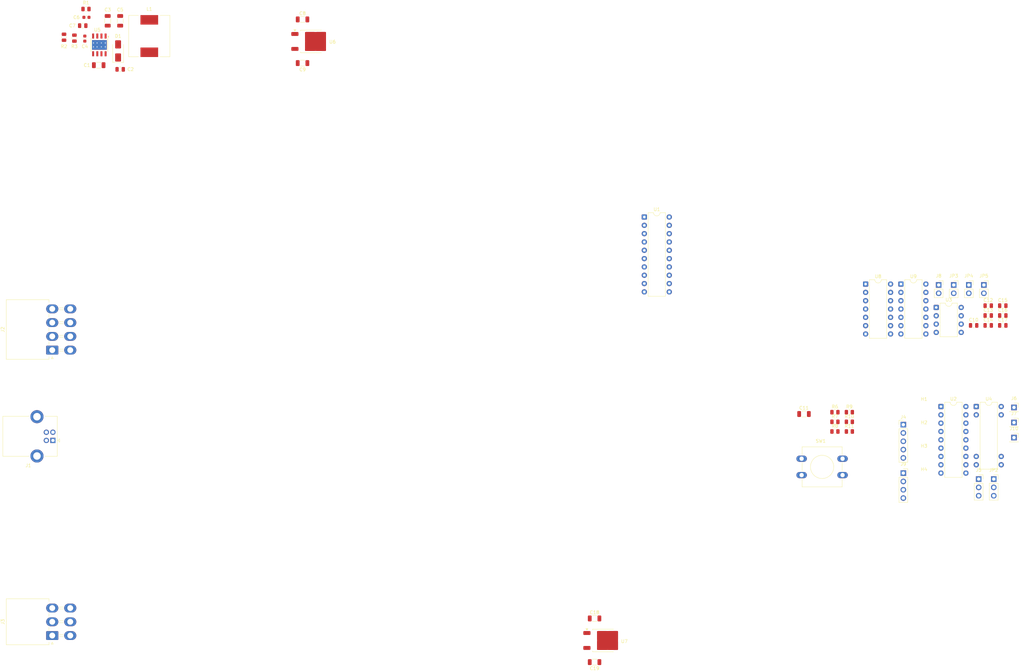
<source format=kicad_pcb>
(kicad_pcb (version 20241229) (generator "pcbnew") (generator_version "9.0")
  (title_block (title "CAN Gauge Interface") (date "2025-09-27") (rev "0.1") (company "Sam Anthony"))
  (layers (0 "F.Cu" signal) (4 "In1.Cu" signal) (6 "In2.Cu" signal) (2 "B.Cu" power) (13 "F.Paste" user) (15 "B.Paste" user) (5 "F.SilkS" user "F.Silkscreen") (7 "B.SilkS" user "B.Silkscreen") (1 "F.Mask" user) (3 "B.Mask" user) (25 "Edge.Cuts" user))
  (net 0 "")
  (net 1 "GND")
  (net 2 "+12V")
  (net 3 "Net-(U5-BOOT)")
  (net 4 "+7V")
  (net 5 "Net-(C7-Pad2)")
  (net 6 "+5V")
  (net 7 "Net-(U1-Vusb3v3)")
  (net 8 "/~{MCLR}")
  (net 9 "+5VA")
  (net 10 "/USB_D+")
  (net 11 "/USB_D-")
  (net 12 "VBUS")
  (net 15 "/CAN_L")
  (net 16 "/Speed")
  (net 17 "/Tach")
  (net 18 "/CAN_H")
  (net 19 "/AN4")
  (net 20 "/AN2")
  (net 21 "/AN3")
  (net 22 "/AN1")
  (net 23 "/ICSP_CLK")
  (net 24 "/ICSP_DAT")
  (net 25 "/SCK")
  (net 26 "/MOSI")
  (net 27 "/MISO")
  (net 28 "/CAN_~{CS}")
  (net 29 "/ROM_~{CS}")
  (net 30 "/DAC2_~{CS}")
  (net 31 "/DAC1_~{CS}")
  (net 32 "/INT{slash}ICSP_CLK")
  (net 33 "/INT")
  (net 34 "Net-(JP5-B)")
  (net 37 "/CLK")
  (net 40 "/CAN_RX")
  (net 41 "/CAN_TX")
  (net 54 "/PH")
  (net 55 "/sense")
  (footprint "Connector_PinSocket_2.54mm:PinSocket_1x01_P2.54mm_Vertical" (layer "F.Cu") (at 356.7 187.2)
    (property "Reference" "J7" (at 0 -2.77 0) (layer "F.SilkS"))
    (property "Value" "ROM ~{CS}")
    (pad "1" thru_hole rect (at 0 0) (size 1.7 1.7) (drill 1) (layers "*.Cu" "*.Mask") (net 29 "/ROM_~{CS}"))
  )
  (footprint "Capacitor_SMD:C_1206_3216Metric" (layer "F.Cu") (at 139.495 77.47)
    (property "Reference" "C9" (at 0 1.984 0) (layer "F.SilkS"))
    (property "Value" "10u" (hide yes))
    (pad "1" smd roundrect (at -1.475 0) (size 1.15 1.8) (layers "F.Cu" "F.Mask" "F.Paste") (roundrect_rratio 0.217391) (net 6 "+5V"))
    (pad "2" smd roundrect (at 1.475 0) (size 1.15 1.8) (layers "F.Cu" "F.Mask" "F.Paste") (roundrect_rratio 0.217391) (net 1 "GND"))
  )
  (footprint "Capacitor_SMD:C_0805_2012Metric" (layer "F.Cu") (at 72.39 66.04 180)
    (property "Reference" "C7" (at 3.175 0 0) (layer "F.SilkS"))
    (property "Value" "47n" (hide yes))
    (pad "1" smd roundrect (at -0.95 0 180) (size 1 1.45) (layers "F.Cu" "F.Mask" "F.Paste") (net 55 "/sense"))
    (pad "2" smd roundrect (at 0.95 0 180) (size 1 1.45) (layers "F.Cu" "F.Mask" "F.Paste") (net 5 "Net-(C7-Pad2)"))
  )
  (footprint "Connector_PinSocket_2.54mm:PinSocket_1x04_P2.54mm_Vertical" (layer "F.Cu") (at 322.92 202.65)
    (property "Reference" "J9" (at 0 -2.77 0) (layer "F.SilkS"))
    (property "Value" "Conn_01x04_Socket")
    (pad "1" thru_hole rect (at 0 0) (size 1.7 1.7) (drill 1) (layers "*.Cu" "*.Mask") (net 2 "+12V"))
    (pad "2" thru_hole oval (at 0 2.54) (size 1.7 1.7) (drill 1) (layers "*.Cu" "*.Mask") (net 4 "+7V"))
    (pad "3" thru_hole oval (at 0 5.08) (size 1.7 1.7) (drill 1) (layers "*.Cu" "*.Mask") (net 6 "+5V"))
    (pad "4" thru_hole oval (at 0 7.62) (size 1.7 1.7) (drill 1) (layers "*.Cu" "*.Mask") (net 1 "GND"))
  )
  (footprint "MountingHole:MountingHole_3.2mm_M3_DIN965" (layer "F.Cu") (at 329.24 183.85)
    (property "Reference" "H1" (at 0 -3.8 0) (layer "F.SilkS"))
    (property "Value" "MountingHole")
    (pad "" np_thru_hole circle (at 0 0) (size 3.2 3.2) (drill 3.2) (layers "*.Cu" "*.Mask"))
  )
  (footprint "Capacitor_SMD:C_1206_3216Metric" (layer "F.Cu") (at 228.649 260.35)
    (property "Reference" "C19" (at 0 1.905 0) (layer "F.SilkS"))
    (property "Value" "10u" (hide yes))
    (pad "1" smd roundrect (at -1.475 0) (size 1.15 1.8) (layers "F.Cu" "F.Mask" "F.Paste") (roundrect_rratio 0.217391) (net 9 "+5VA"))
    (pad "2" smd roundrect (at 1.475 0) (size 1.15 1.8) (layers "F.Cu" "F.Mask" "F.Paste") (roundrect_rratio 0.217391) (net 1 "GND"))
  )
  (footprint "Resistor_SMD:R_0805_2012Metric" (layer "F.Cu") (at 306.44 186.99)
    (property "Reference" "R10" (at 0 -1.65 0) (layer "F.SilkS"))
    (property "Value" "10k")
    (pad "1" smd roundrect (at -0.9125 0) (size 1.025 1.4) (layers "F.Cu" "F.Mask" "F.Paste") (roundrect_rratio 0.243902) (net 9 "+5VA"))
    (pad "2" smd roundrect (at 0.9125 0) (size 1.025 1.4) (layers "F.Cu" "F.Mask" "F.Paste") (roundrect_rratio 0.243902) (net 31 "/DAC1_~{CS}"))
  )
  (footprint "Capacitor_SMD:C_1206_3216Metric" (layer "F.Cu") (at 228.649 247.015)
    (property "Reference" "C18" (at 0 -1.85 0) (layer "F.SilkS"))
    (property "Value" "10u" (hide yes))
    (pad "1" smd roundrect (at -1.475 0) (size 1.15 1.8) (layers "F.Cu" "F.Mask" "F.Paste") (roundrect_rratio 0.217391) (net 4 "+7V"))
    (pad "2" smd roundrect (at 1.475 0) (size 1.15 1.8) (layers "F.Cu" "F.Mask" "F.Paste") (roundrect_rratio 0.217391) (net 1 "GND"))
  )
  (footprint "Package_TO_SOT_SMD:TO-252-2" (layer "F.Cu") (at 142.2 70.86)
    (property "Reference" "U6" (at 6.443 0.128 0) (layer "F.SilkS"))
    (property "Value" "L78M05AB" (hide yes))
    (pad "1" smd roundrect (at -5.04 -2.28) (size 2.2 1.2) (layers "F.Cu" "F.Mask" "F.Paste") (roundrect_rratio 0.208333) (net 4 "+7V"))
    (pad "2" smd roundrect (at -0.415 -1.525) (size 3.05 2.75) (layers "F.Cu" "F.Paste") (roundrect_rratio 0.090909) (net 1 "GND"))
    (pad "2" smd roundrect (at -0.415 1.525) (size 3.05 2.75) (layers "F.Cu" "F.Paste") (roundrect_rratio 0.090909) (net 1 "GND"))
    (pad "2" smd roundrect (at 1.26 0) (size 6.4 5.8) (layers "F.Cu" "F.Mask") (roundrect_rratio 0.043103) (net 1 "GND"))
    (pad "2" smd roundrect (at 2.935 -1.525) (size 3.05 2.75) (layers "F.Cu" "F.Paste") (roundrect_rratio 0.090909) (net 1 "GND"))
    (pad "2" smd roundrect (at 2.935 1.525) (size 3.05 2.75) (layers "F.Cu" "F.Paste") (roundrect_rratio 0.090909) (net 1 "GND"))
    (pad "3" smd roundrect (at -5.04 2.28) (size 2.2 1.2) (layers "F.Cu" "F.Mask" "F.Paste") (roundrect_rratio 0.208333) (net 6 "+5V"))
  )
  (footprint "Capacitor_SMD:C_0805_2012Metric" (layer "F.Cu") (at 353.28 154.54)
    (property "Reference" "C16" (at 0 -1.68 0) (layer "F.SilkS"))
    (property "Value" "100n")
    (pad "1" smd roundrect (at -0.95 0) (size 1 1.45) (layers "F.Cu" "F.Mask" "F.Paste") (net 9 "+5VA"))
    (pad "2" smd roundrect (at 0.95 0) (size 1 1.45) (layers "F.Cu" "F.Mask" "F.Paste") (net 1 "GND"))
  )
  (footprint "MountingHole:MountingHole_3.2mm_M3_DIN965" (layer "F.Cu") (at 329.24 191)
    (property "Reference" "H2" (at 0 -3.8 0) (layer "F.SilkS"))
    (property "Value" "MountingHole")
    (pad "" np_thru_hole circle (at 0 0) (size 3.2 3.2) (drill 3.2) (layers "*.Cu" "*.Mask"))
  )
  (footprint "Capacitor_SMD:C_0603_1608Metric" (layer "F.Cu") (at 73.025 69.99 -90)
    (property "Reference" "C4" (at 2.4 0 180) (layer "F.SilkS"))
    (property "Value" "220p" (hide yes))
    (pad "1" smd roundrect (at -0.775 0 270) (size 0.9 0.95) (layers "F.Cu" "F.Mask" "F.Paste") (net 55 "/sense"))
    (pad "2" smd roundrect (at 0.775 0 270) (size 0.9 0.95) (layers "F.Cu" "F.Mask" "F.Paste") (net 1 "GND"))
  )
  (footprint "Connector_Molex:Molex_Mini-Fit_Jr_5569-06A2_2x03_P4.20mm_Horizontal" (layer "F.Cu") (at 63.08 252.24 90)
    (property "Reference" "J3" (at 4.2 -15.1 90) (layer "F.SilkS"))
    (property "Value" "Analog")
    (pad "" np_thru_hole circle (at 0 -7.3 90) (size 3 3) (drill 3) (layers "*.Cu" "*.Mask"))
    (pad "" np_thru_hole circle (at 8.4 -7.3 90) (size 3 3) (drill 3) (layers "*.Cu" "*.Mask"))
    (pad "1" thru_hole roundrect (at 0 0 90) (size 2.7 3.7) (drill 1.8) (layers "*.Cu" "*.Mask") (roundrect_rratio 0.092593) (net 22 "/AN1"))
    (pad "2" thru_hole oval (at 4.2 0 90) (size 2.7 3.7) (drill 1.8) (layers "*.Cu" "*.Mask") (net 1 "GND"))
    (pad "3" thru_hole oval (at 8.4 0 90) (size 2.7 3.7) (drill 1.8) (layers "*.Cu" "*.Mask") (net 19 "/AN4"))
    (pad "4" thru_hole oval (at 0 5.5 90) (size 2.7 3.7) (drill 1.8) (layers "*.Cu" "*.Mask") (net 20 "/AN2"))
    (pad "5" thru_hole oval (at 4.2 5.5 90) (size 2.7 3.7) (drill 1.8) (layers "*.Cu" "*.Mask") (net 1 "GND"))
    (pad "6" thru_hole oval (at 8.4 5.5 90) (size 2.7 3.7) (drill 1.8) (layers "*.Cu" "*.Mask") (net 21 "/AN3"))
  )
  (footprint "Resistor_SMD:R_0805_2012Metric" (layer "F.Cu") (at 73.3825 60.96)
    (property "Reference" "R1" (at 0 -1.905 0) (layer "F.SilkS"))
    (property "Value" "10k" (hide yes))
    (pad "1" smd roundrect (at -0.9125 0) (size 1.025 1.4) (layers "F.Cu" "F.Mask" "F.Paste") (roundrect_rratio 0.243902) (net 55 "/sense"))
    (pad "2" smd roundrect (at 0.9125 0) (size 1.025 1.4) (layers "F.Cu" "F.Mask" "F.Paste") (roundrect_rratio 0.243902) (net 4 "+7V"))
  )
  (footprint "Connector_USB:USB_B_Lumberg_2411_02_Horizontal" (layer "F.Cu") (at 63.28 192.67 180)
    (property "Reference" "J1" (at 7.5 -7.65 0) (layer "F.SilkS"))
    (property "Value" "USB_B")
    (pad "1" thru_hole rect (at 0 0 270) (size 1.6 1.6) (drill 0.95) (layers "*.Cu" "*.Mask") (net 12 "VBUS"))
    (pad "2" thru_hole circle (at 0 2.5 270) (size 1.6 1.6) (drill 0.95) (layers "*.Cu" "*.Mask") (net 11 "/USB_D-"))
    (pad "3" thru_hole circle (at 2 2.5 270) (size 1.6 1.6) (drill 0.95) (layers "*.Cu" "*.Mask") (net 10 "/USB_D+"))
    (pad "4" thru_hole circle (at 2 0 270) (size 1.6 1.6) (drill 0.95) (layers "*.Cu" "*.Mask") (net 1 "GND"))
    (pad "5" thru_hole circle (at 4.86 -4.75 270) (size 4 4) (drill 2.3) (layers "*.Cu" "*.Mask"))
    (pad "5" thru_hole circle (at 4.86 7.25 270) (size 4 4) (drill 2.3) (layers "*.Cu" "*.Mask"))
  )
  (footprint "Connector_PinSocket_2.54mm:PinSocket_1x02_P2.54mm_Vertical" (layer "F.Cu") (at 347.5 145.2)
    (property "Reference" "JP5" (at 0 -2.77 0) (layer "F.SilkS"))
    (property "Value" "Term")
    (pad "1" thru_hole rect (at 0 0) (size 1.7 1.7) (drill 1) (layers "*.Cu" "*.Mask") (net 15 "/CAN_L"))
    (pad "2" thru_hole oval (at 0 2.54) (size 1.7 1.7) (drill 1) (layers "*.Cu" "*.Mask") (net 34 "Net-(JP5-B)"))
  )
  (footprint "Capacitor_SMD:C_0603_1608Metric" (layer "F.Cu") (at 73.52 63.5)
    (property "Reference" "C6" (at -3.035 0 0) (layer "F.SilkS"))
    (property "Value" "3300p" (hide yes))
    (pad "1" smd roundrect (at -0.775 0) (size 0.9 0.95) (layers "F.Cu" "F.Mask" "F.Paste") (net 55 "/sense"))
    (pad "2" smd roundrect (at 0.775 0) (size 0.9 0.95) (layers "F.Cu" "F.Mask" "F.Paste") (net 4 "+7V"))
  )
  (footprint "Inductor_SMD:L_12x12mm_H8mm" (layer "F.Cu") (at 92.71 69.215 90)
    (property "Reference" "L1" (at 8.255 0 180) (layer "F.SilkS"))
    (property "Value" "150u" (hide yes))
    (pad "1" smd rect (at -4.95 0 90) (size 2.9 5.4) (layers "F.Cu" "F.Mask" "F.Paste") (net 54 "/PH"))
    (pad "2" smd rect (at 4.95 0 90) (size 2.9 5.4) (layers "F.Cu" "F.Mask" "F.Paste") (net 4 "+7V"))
  )
  (footprint "MountingHole:MountingHole_3.2mm_M3_DIN965" (layer "F.Cu") (at 329.24 205.3)
    (property "Reference" "H4" (at 0 -3.8 0) (layer "F.SilkS"))
    (property "Value" "MountingHole")
    (pad "" np_thru_hole circle (at 0 0) (size 3.2 3.2) (drill 3.2) (layers "*.Cu" "*.Mask"))
  )
  (footprint "Resistor_SMD:R_0805_2012Metric" (layer "F.Cu") (at 66.675 69.5725 -90)
    (property "Reference" "R2" (at 2.8175 0 180) (layer "F.SilkS"))
    (property "Value" "3k24" (hide yes))
    (pad "1" smd roundrect (at -0.9125 0 270) (size 1.025 1.4) (layers "F.Cu" "F.Mask" "F.Paste") (roundrect_rratio 0.243902) (net 55 "/sense"))
    (pad "2" smd roundrect (at 0.9125 0 270) (size 1.025 1.4) (layers "F.Cu" "F.Mask" "F.Paste") (roundrect_rratio 0.243902) (net 1 "GND"))
  )
  (footprint "Resistor_SMD:R_0805_2012Metric" (layer "F.Cu") (at 302.03 184.04)
    (property "Reference" "R6" (at 0 -1.65 0) (layer "F.SilkS"))
    (property "Value" "10k")
    (pad "1" smd roundrect (at -0.9125 0) (size 1.025 1.4) (layers "F.Cu" "F.Mask" "F.Paste") (roundrect_rratio 0.243902) (net 6 "+5V"))
    (pad "2" smd roundrect (at 0.9125 0) (size 1.025 1.4) (layers "F.Cu" "F.Mask" "F.Paste") (roundrect_rratio 0.243902) (net 8 "/~{MCLR}"))
  )
  (footprint "Connector_PinSocket_2.54mm:PinSocket_1x02_P2.54mm_Vertical" (layer "F.Cu") (at 333.7 145.2)
    (property "Reference" "J8" (at 0 -2.77 0) (layer "F.SilkS"))
    (property "Value" "DAC ~{CS}")
    (pad "1" thru_hole rect (at 0 0) (size 1.7 1.7) (drill 1) (layers "*.Cu" "*.Mask") (net 31 "/DAC1_~{CS}"))
    (pad "2" thru_hole oval (at 0 2.54) (size 1.7 1.7) (drill 1) (layers "*.Cu" "*.Mask") (net 30 "/DAC2_~{CS}"))
  )
  (footprint "Button_Switch_THT:SW_PUSH-12mm" (layer "F.Cu") (at 291.865 198.25)
    (property "Reference" "SW1" (at 5.83 -5.41 0) (layer "F.SilkS"))
    (property "Value" "Reset")
    (pad "1" thru_hole oval (at 0 0) (size 3.2 1.9) (drill 1.3) (layers "*.Cu" "*.Mask") (net 1 "GND"))
    (pad "1" thru_hole oval (at 12.5 0) (size 3.2 1.9) (drill 1.3) (layers "*.Cu" "*.Mask") (net 1 "GND"))
    (pad "2" thru_hole oval (at 0 5) (size 3.2 1.9) (drill 1.3) (layers "*.Cu" "*.Mask") (net 8 "/~{MCLR}"))
    (pad "2" thru_hole oval (at 12.5 5) (size 3.2 1.9) (drill 1.3) (layers "*.Cu" "*.Mask") (net 8 "/~{MCLR}"))
  )
  (footprint "Capacitor_SMD:C_1206_3216Metric" (layer "F.Cu") (at 80.01 64.565 -90)
    (property "Reference" "C3" (at -3.38 0 0) (layer "F.SilkS"))
    (property "Value" "22u" (hide yes))
    (pad "1" smd roundrect (at -1.475 0 270) (size 1.15 1.8) (layers "F.Cu" "F.Mask" "F.Paste") (roundrect_rratio 0.217391) (net 4 "+7V"))
    (pad "2" smd roundrect (at 1.475 0 270) (size 1.15 1.8) (layers "F.Cu" "F.Mask" "F.Paste") (roundrect_rratio 0.217391) (net 1 "GND"))
  )
  (footprint "Connector_PinSocket_2.54mm:PinSocket_1x01_P2.54mm_Vertical" (layer "F.Cu") (at 356.7 182.6)
    (property "Reference" "J6" (at 0 -2.77 0) (layer "F.SilkS"))
    (property "Value" "CAN ~{CS}")
    (pad "1" thru_hole rect (at 0 0) (size 1.7 1.7) (drill 1) (layers "*.Cu" "*.Mask") (net 28 "/CAN_~{CS}"))
  )
  (footprint "Resistor_SMD:R_0805_2012Metric" (layer "F.Cu") (at 306.44 184.04)
    (property "Reference" "R9" (at 0 -1.65 0) (layer "F.SilkS"))
    (property "Value" "10k")
    (pad "1" smd roundrect (at -0.9125 0) (size 1.025 1.4) (layers "F.Cu" "F.Mask" "F.Paste") (roundrect_rratio 0.243902) (net 6 "+5V"))
    (pad "2" smd roundrect (at 0.9125 0) (size 1.025 1.4) (layers "F.Cu" "F.Mask" "F.Paste") (roundrect_rratio 0.243902) (net 29 "/ROM_~{CS}"))
  )
  (footprint "Connector_PinSocket_2.54mm:PinSocket_1x03_P2.54mm_Vertical" (layer "F.Cu") (at 350.52 204.47)
    (property "Reference" "JP2" (at 0 -2.77 0) (layer "F.SilkS"))
    (property "Value" "Prog")
    (pad "1" thru_hole rect (at 0 0) (size 1.7 1.7) (drill 1) (layers "*.Cu" "*.Mask") (net 33 "/INT"))
    (pad "2" thru_hole oval (at 0 2.54) (size 1.7 1.7) (drill 1) (layers "*.Cu" "*.Mask") (net 32 "/INT{slash}ICSP_CLK"))
    (pad "3" thru_hole oval (at 0 5.08) (size 1.7 1.7) (drill 1) (layers "*.Cu" "*.Mask") (net 23 "/ICSP_CLK"))
  )
  (footprint "Package_DIP:DIP-14_W7.62mm" (layer "F.Cu") (at 311.4 144.93)
    (property "Reference" "U8" (at 3.81 -2.33 0) (layer "F.SilkS"))
    (property "Value" "MCP4912")
    (pad "1" thru_hole roundrect (at 0 0) (size 1.6 1.6) (drill 0.8) (layers "*.Cu" "*.Mask") (roundrect_rratio 0.15625) (net 9 "+5VA"))
    (pad "2" thru_hole circle (at 0 2.54) (size 1.6 1.6) (drill 0.8) (layers "*.Cu" "*.Mask"))
    (pad "3" thru_hole circle (at 0 5.08) (size 1.6 1.6) (drill 0.8) (layers "*.Cu" "*.Mask") (net 31 "/DAC1_~{CS}"))
    (pad "4" thru_hole circle (at 0 7.62) (size 1.6 1.6) (drill 0.8) (layers "*.Cu" "*.Mask") (net 25 "/SCK"))
    (pad "5" thru_hole circle (at 0 10.16) (size 1.6 1.6) (drill 0.8) (layers "*.Cu" "*.Mask") (net 26 "/MOSI"))
    (pad "6" thru_hole circle (at 0 12.7) (size 1.6 1.6) (drill 0.8) (layers "*.Cu" "*.Mask"))
    (pad "7" thru_hole circle (at 0 15.24) (size 1.6 1.6) (drill 0.8) (layers "*.Cu" "*.Mask"))
    (pad "8" thru_hole circle (at 7.62 15.24) (size 1.6 1.6) (drill 0.8) (layers "*.Cu" "*.Mask") (net 1 "GND"))
    (pad "9" thru_hole circle (at 7.62 12.7) (size 1.6 1.6) (drill 0.8) (layers "*.Cu" "*.Mask") (net 9 "+5VA"))
    (pad "10" thru_hole circle (at 7.62 10.16) (size 1.6 1.6) (drill 0.8) (layers "*.Cu" "*.Mask") (net 20 "/AN2"))
    (pad "11" thru_hole circle (at 7.62 7.62) (size 1.6 1.6) (drill 0.8) (layers "*.Cu" "*.Mask") (net 9 "+5VA"))
    (pad "12" thru_hole circle (at 7.62 5.08) (size 1.6 1.6) (drill 0.8) (layers "*.Cu" "*.Mask") (net 1 "GND"))
    (pad "13" thru_hole circle (at 7.62 2.54) (size 1.6 1.6) (drill 0.8) (layers "*.Cu" "*.Mask") (net 9 "+5VA"))
    (pad "14" thru_hole circle (at 7.62 0) (size 1.6 1.6) (drill 0.8) (layers "*.Cu" "*.Mask") (net 22 "/AN1"))
  )
  (footprint "Diode_SMD:D_SMA" (layer "F.Cu") (at 83.185 73.755 90)
    (property "Reference" "D1" (at 4.54 0 180) (layer "F.SilkS"))
    (property "Value" "SS34" (hide yes))
    (pad "1" smd roundrect (at -2 0 90) (size 2.5 1.8) (layers "F.Cu" "F.Mask" "F.Paste") (roundrect_rratio 0.1388888889) (net 54 "/PH"))
    (pad "2" smd roundrect (at 2 0 90) (size 2.5 1.8) (layers "F.Cu" "F.Mask" "F.Paste") (roundrect_rratio 0.1388888889) (net 1 "GND"))
  )
  (footprint "Connector_Molex:Molex_Mini-Fit_Jr_5569-08A2_2x04_P4.20mm_Horizontal" (layer "F.Cu") (at 63.08 165.1 90)
    (property "Reference" "J2" (at 6.3 -15.1 90) (layer "F.SilkS"))
    (property "Value" "Conn_02x04_Top_Bottom")
    (pad "" np_thru_hole circle (at 0 -7.3 90) (size 3 3) (drill 3) (layers "*.Cu" "*.Mask"))
    (pad "" np_thru_hole circle (at 12.6 -7.3 90) (size 3 3) (drill 3) (layers "*.Cu" "*.Mask"))
    (pad "1" thru_hole roundrect (at 0 0 90) (size 2.7 3.7) (drill 1.8) (layers "*.Cu" "*.Mask") (roundrect_rratio 0.092593) (net 17 "/Tach"))
    (pad "2" thru_hole oval (at 4.2 0 90) (size 2.7 3.7) (drill 1.8) (layers "*.Cu" "*.Mask") (net 1 "GND"))
    (pad "3" thru_hole oval (at 8.4 0 90) (size 2.7 3.7) (drill 1.8) (layers "*.Cu" "*.Mask") (net 1 "GND"))
    (pad "4" thru_hole oval (at 12.6 0 90) (size 2.7 3.7) (drill 1.8) (layers "*.Cu" "*.Mask") (net 2 "+12V"))
    (pad "5" thru_hole oval (at 0 5.5 90) (size 2.7 3.7) (drill 1.8) (layers "*.Cu" "*.Mask") (net 16 "/Speed"))
    (pad "6" thru_hole oval (at 4.2 5.5 90) (size 2.7 3.7) (drill 1.8) (layers "*.Cu" "*.Mask") (net 18 "/CAN_H"))
    (pad "7" thru_hole oval (at 8.4 5.5 90) (size 2.7 3.7) (drill 1.8) (layers "*.Cu" "*.Mask") (net 15 "/CAN_L"))
    (pad "8" thru_hole oval (at 12.6 5.5 90) (size 2.7 3.7) (drill 1.8) (layers "*.Cu" "*.Mask") (net 1 "GND"))
  )
  (footprint "Resistor_SMD:R_0805_2012Metric" (layer "F.Cu") (at 69.85 69.85 -90)
    (property "Reference" "R3" (at 2.54 0 0) (layer "F.SilkS"))
    (property "Value" "2k7" (hide yes))
    (pad "1" smd roundrect (at -0.9125 0 270) (size 1.025 1.4) (layers "F.Cu" "F.Mask" "F.Paste") (roundrect_rratio 0.243902) (net 5 "Net-(C7-Pad2)"))
    (pad "2" smd roundrect (at 0.9125 0 270) (size 1.025 1.4) (layers "F.Cu" "F.Mask" "F.Paste") (roundrect_rratio 0.243902) (net 1 "GND"))
  )
  (footprint "Package_DIP:DIP-8_W7.62mm" (layer "F.Cu") (at 332.96 152.07)
    (property "Reference" "U3" (at 3.81 -2.33 0) (layer "F.SilkS"))
    (property "Value" "MCP2561-E-P")
    (pad "1" thru_hole roundrect (at 0 0) (size 1.6 1.6) (drill 0.8) (layers "*.Cu" "*.Mask") (roundrect_rratio 0.15625) (net 41 "/CAN_TX"))
    (pad "2" thru_hole circle (at 0 2.54) (size 1.6 1.6) (drill 0.8) (layers "*.Cu" "*.Mask") (net 1 "GND"))
    (pad "3" thru_hole circle (at 0 5.08) (size 1.6 1.6) (drill 0.8) (layers "*.Cu" "*.Mask") (net 6 "+5V"))
    (pad "4" thru_hole circle (at 0 7.62) (size 1.6 1.6) (drill 0.8) (layers "*.Cu" "*.Mask") (net 40 "/CAN_RX"))
    (pad "5" thru_hole circle (at 7.62 7.62) (size 1.6 1.6) (drill 0.8) (layers "*.Cu" "*.Mask"))
    (pad "6" thru_hole circle (at 7.62 5.08) (size 1.6 1.6) (drill 0.8) (layers "*.Cu" "*.Mask") (net 15 "/CAN_L"))
    (pad "7" thru_hole circle (at 7.62 2.54) (size 1.6 1.6) (drill 0.8) (layers "*.Cu" "*.Mask") (net 18 "/CAN_H"))
    (pad "8" thru_hole circle (at 7.62 0) (size 1.6 1.6) (drill 0.8) (layers "*.Cu" "*.Mask") (net 1 "GND"))
  )
  (footprint "Resistor_SMD:R_0805_2012Metric" (layer "F.Cu") (at 302.03 186.99)
    (property "Reference" "R7" (at 0 -1.65 0) (layer "F.SilkS"))
    (property "Value" "10k")
    (pad "1" smd roundrect (at -0.9125 0) (size 1.025 1.4) (layers "F.Cu" "F.Mask" "F.Paste") (roundrect_rratio 0.243902) (net 6 "+5V"))
    (pad "2" smd roundrect (at 0.9125 0) (size 1.025 1.4) (layers "F.Cu" "F.Mask" "F.Paste") (roundrect_rratio 0.243902) (net 28 "/CAN_~{CS}"))
  )
  (footprint "Capacitor_SMD:C_1206_3216Metric" (layer "F.Cu") (at 83.82 64.565 -90)
    (property "Reference" "C5" (at -3.38 0 0) (layer "F.SilkS"))
    (property "Value" "22u" (hide yes))
    (pad "1" smd roundrect (at -1.475 0 270) (size 1.15 1.8) (layers "F.Cu" "F.Mask" "F.Paste") (roundrect_rratio 0.217391) (net 4 "+7V"))
    (pad "2" smd roundrect (at 1.475 0 270) (size 1.15 1.8) (layers "F.Cu" "F.Mask" "F.Paste") (roundrect_rratio 0.217391) (net 1 "GND"))
  )
  (footprint "Connector_PinHeader_2.54mm:PinHeader_1x05_P2.54mm_Vertical" (layer "F.Cu") (at 322.92 187.85)
    (property "Reference" "J4" (at 0 -2.33 0) (layer "F.SilkS"))
    (property "Value" "ICSP")
    (pad "1" thru_hole rect (at 0 0) (size 1.7 1.7) (drill 1) (layers "*.Cu" "*.Mask") (net 8 "/~{MCLR}"))
    (pad "2" thru_hole oval (at 0 2.54) (size 1.7 1.7) (drill 1) (layers "*.Cu" "*.Mask") (net 6 "+5V"))
    (pad "3" thru_hole oval (at 0 5.08) (size 1.7 1.7) (drill 1) (layers "*.Cu" "*.Mask") (net 1 "GND"))
    (pad "4" thru_hole oval (at 0 7.62) (size 1.7 1.7) (drill 1) (layers "*.Cu" "*.Mask") (net 24 "/ICSP_DAT"))
    (pad "5" thru_hole oval (at 0 10.16) (size 1.7 1.7) (drill 1) (layers "*.Cu" "*.Mask") (net 23 "/ICSP_CLK"))
  )
  (footprint "Capacitor_SMD:C_0805_2012Metric" (layer "F.Cu") (at 348.83 157.55)
    (property "Reference" "C14" (at 0 -1.68 0) (layer "F.SilkS"))
    (property "Value" "100n")
    (pad "1" smd roundrect (at -0.95 0) (size 1 1.45) (layers "F.Cu" "F.Mask" "F.Paste") (net 1 "GND"))
    (pad "2" smd roundrect (at 0.95 0) (size 1 1.45) (layers "F.Cu" "F.Mask" "F.Paste") (net 6 "+5V"))
  )
  (footprint "Connector_PinSocket_2.54mm:PinSocket_1x03_P2.54mm_Vertical" (layer "F.Cu") (at 345.92 204.47)
    (property "Reference" "J5" (at 0 -2.77 0) (layer "F.SilkS"))
    (property "Value" "SPI Debug")
    (pad "1" thru_hole rect (at 0 0) (size 1.7 1.7) (drill 1) (layers "*.Cu" "*.Mask") (net 26 "/MOSI"))
    (pad "2" thru_hole oval (at 0 2.54) (size 1.7 1.7) (drill 1) (layers "*.Cu" "*.Mask") (net 25 "/SCK"))
    (pad "3" thru_hole oval (at 0 5.08) (size 1.7 1.7) (drill 1) (layers "*.Cu" "*.Mask") (net 27 "/MISO"))
  )
  (footprint "Connector_PinSocket_2.54mm:PinSocket_1x02_P2.54mm_Vertical" (layer "F.Cu") (at 342.9 145.2)
    (property "Reference" "JP4" (at 0 -2.77 0) (layer "F.SilkS"))
    (property "Value" "USB_PWR")
    (pad "1" thru_hole rect (at 0 0) (size 1.7 1.7) (drill 1) (layers "*.Cu" "*.Mask") (net 12 "VBUS"))
    (pad "2" thru_hole oval (at 0 2.54) (size 1.7 1.7) (drill 1) (layers "*.Cu" "*.Mask") (net 9 "+5VA"))
  )
  (footprint "Capacitor_SMD:C_1206_3216Metric" (layer "F.Cu") (at 139.495 64.135)
    (property "Reference" "C8" (at 0 -1.85 0) (layer "F.SilkS"))
    (property "Value" "10u" (hide yes))
    (pad "1" smd roundrect (at -1.475 0) (size 1.15 1.8) (layers "F.Cu" "F.Mask" "F.Paste") (roundrect_rratio 0.217391) (net 4 "+7V"))
    (pad "2" smd roundrect (at 1.475 0) (size 1.15 1.8) (layers "F.Cu" "F.Mask" "F.Paste") (roundrect_rratio 0.217391) (net 1 "GND"))
  )
  (footprint "Connector_PinSocket_2.54mm:PinSocket_1x01_P2.54mm_Vertical" (layer "F.Cu") (at 356.7 191.8)
    (property "Reference" "J10" (at 0 -2.77 0) (layer "F.SilkS"))
    (property "Value" "+5VA")
    (pad "1" thru_hole rect (at 0 0) (size 1.7 1.7) (drill 1) (layers "*.Cu" "*.Mask") (net 9 "+5VA"))
  )
  (footprint "Package_DIP:DIP-20_W7.62mm" (layer "F.Cu") (at 243.84 124.46)
    (property "Reference" "U1" (at 3.81 -2.33 0) (layer "F.SilkS"))
    (property "Value" "PIC16F1459-IP")
    (pad "1" thru_hole roundrect (at 0 0) (size 1.6 1.6) (drill 0.8) (layers "*.Cu" "*.Mask") (roundrect_rratio 0.15625) (net 6 "+5V"))
    (pad "2" thru_hole circle (at 0 2.54) (size 1.6 1.6) (drill 0.8) (layers "*.Cu" "*.Mask") (net 30 "/DAC2_~{CS}"))
    (pad "3" thru_hole circle (at 0 5.08) (size 1.6 1.6) (drill 0.8) (layers "*.Cu" "*.Mask") (net 37 "/CLK"))
    (pad "4" thru_hole circle (at 0 7.62) (size 1.6 1.6) (drill 0.8) (layers "*.Cu" "*.Mask") (net 8 "/~{MCLR}"))
    (pad "5" thru_hole circle (at 0 10.16) (size 1.6 1.6) (drill 0.8) (layers "*.Cu" "*.Mask"))
    (pad "6" thru_hole circle (at 0 12.7) (size 1.6 1.6) (drill 0.8) (layers "*.Cu" "*.Mask") (net 16 "/Speed"))
    (pad "7" thru_hole circle (at 0 15.24) (size 1.6 1.6) (drill 0.8) (layers "*.Cu" "*.Mask") (net 17 "/Tach"))
    (pad "8" thru_hole circle (at 0 17.78) (size 1.6 1.6) (drill 0.8) (layers "*.Cu" "*.Mask") (net 28 "/CAN_~{CS}"))
    (pad "9" thru_hole circle (at 0 20.32) (size 1.6 1.6) (drill 0.8) (layers "*.Cu" "*.Mask") (net 26 "/MOSI"))
    (pad "10" thru_hole circle (at 0 22.86) (size 1.6 1.6) (drill 0.8) (layers "*.Cu" "*.Mask") (net 31 "/DAC1_~{CS}"))
    (pad "11" thru_hole circle (at 7.62 22.86) (size 1.6 1.6) (drill 0.8) (layers "*.Cu" "*.Mask") (net 25 "/SCK"))
    (pad "12" thru_hole circle (at 7.62 20.32) (size 1.6 1.6) (drill 0.8) (layers "*.Cu" "*.Mask") (net 29 "/ROM_~{CS}"))
    (pad "13" thru_hole circle (at 7.62 17.78) (size 1.6 1.6) (drill 0.8) (layers "*.Cu" "*.Mask") (net 27 "/MISO"))
    (pad "14" thru_hole circle (at 7.62 15.24) (size 1.6 1.6) (drill 0.8) (layers "*.Cu" "*.Mask"))
    (pad "15" thru_hole circle (at 7.62 12.7) (size 1.6 1.6) (drill 0.8) (layers "*.Cu" "*.Mask") (net 32 "/INT{slash}ICSP_CLK"))
    (pad "16" thru_hole circle (at 7.62 10.16) (size 1.6 1.6) (drill 0.8) (layers "*.Cu" "*.Mask") (net 24 "/ICSP_DAT"))
    (pad "17" thru_hole circle (at 7.62 7.62) (size 1.6 1.6) (drill 0.8) (layers "*.Cu" "*.Mask") (net 7 "Net-(U1-Vusb3v3)"))
    (pad "18" thru_hole circle (at 7.62 5.08) (size 1.6 1.6) (drill 0.8) (layers "*.Cu" "*.Mask") (net 11 "/USB_D-"))
    (pad "19" thru_hole circle (at 7.62 2.54) (size 1.6 1.6) (drill 0.8) (layers "*.Cu" "*.Mask") (net 10 "/USB_D+"))
    (pad "20" thru_hole circle (at 7.62 0) (size 1.6 1.6) (drill 0.8) (layers "*.Cu" "*.Mask") (net 1 "GND"))
  )
  (footprint "Capacitor_SMD:C_0805_2012Metric" (layer "F.Cu") (at 83.82 79.375)
    (property "Reference" "C2" (at 3.175 0 180) (layer "F.SilkS"))
    (property "Value" "10n" (hide yes))
    (pad "1" smd roundrect (at -0.95 0) (size 1 1.45) (layers "F.Cu" "F.Mask" "F.Paste") (net 3 "Net-(U5-BOOT)"))
    (pad "2" smd roundrect (at 0.95 0) (size 1 1.45) (layers "F.Cu" "F.Mask" "F.Paste") (net 54 "/PH"))
  )
  (footprint "Package_SO:TI_SO-PowerPAD-8_ThermalVias" (layer "F.Cu") (at 77.47 71.915 -90)
    (property "Reference" "U5" (at -4.605 0.635 180) (layer "F.SilkS"))
    (property "Value" "TPS5430DDA" (hide yes))
    (pad "1" smd rect (at -2.7 -1.905 270) (size 1.55 0.6) (layers "F.Cu" "F.Mask" "F.Paste") (net 3 "Net-(U5-BOOT)"))
    (pad "2" smd rect (at -2.7 -0.635 270) (size 1.55 0.6) (layers "F.Cu" "F.Mask" "F.Paste"))
    (pad "3" smd rect (at -2.7 0.635 270) (size 1.55 0.6) (layers "F.Cu" "F.Mask" "F.Paste"))
    (pad "4" smd rect (at -2.7 1.905 270) (size 1.55 0.6) (layers "F.Cu" "F.Mask" "F.Paste") (net 55 "/sense"))
    (pad "5" smd rect (at 2.7 1.905 270) (size 1.55 0.6) (layers "F.Cu" "F.Mask" "F.Paste"))
    (pad "6" smd rect (at 2.7 0.635 270) (size 1.55 0.6) (layers "F.Cu" "F.Mask" "F.Paste") (net 1 "GND"))
    (pad "7" smd rect (at 2.7 -0.635 270) (size 1.55 0.6) (layers "F.Cu" "F.Mask" "F.Paste") (net 2 "+12V"))
    (pad "8" smd rect (at 2.7 -1.905 270) (size 1.55 0.6) (layers "F.Cu" "F.Mask" "F.Paste") (net 54 "/PH"))
    (pad "9" thru_hole circle (at -0.6 -1.8 270) (size 0.6 0.6) (drill 0.3) (layers "*.Cu") (net 1 "GND"))
    (pad "9" thru_hole circle (at -0.6 -0.6 270) (size 0.6 0.6) (drill 0.3) (layers "*.Cu") (net 1 "GND"))
    (pad "9" thru_hole circle (at -0.6 0.7 270) (size 0.6 0.6) (drill 0.3) (layers "*.Cu") (net 1 "GND"))
    (pad "9" thru_hole circle (at -0.6 1.8 270) (size 0.6 0.6) (drill 0.3) (layers "*.Cu") (net 1 "GND"))
    (pad "9" smd rect (at 0 0 270) (size 2.6 3.1) (layers "F.Cu" "F.Mask" "F.Paste") (net 1 "GND"))
    (pad "9" smd rect (at 0 0 270) (size 2.95 4.5) (layers "F.Cu") (net 1 "GND"))
    (pad "9" smd rect (at 0 0 270) (size 2.95 4.5) (layers "B.Cu") (net 1 "GND"))
    (pad "9" thru_hole circle (at 0.6 -1.8 270) (size 0.6 0.6) (drill 0.3) (layers "*.Cu") (net 1 "GND"))
    (pad "9" thru_hole circle (at 0.6 -0.6 270) (size 0.6 0.6) (drill 0.3) (layers "*.Cu") (net 1 "GND"))
    (pad "9" thru_hole circle (at 0.6 0.7 270) (size 0.6 0.6) (drill 0.3) (layers "*.Cu") (net 1 "GND"))
    (pad "9" thru_hole circle (at 0.6 1.8 270) (size 0.6 0.6) (drill 0.3) (layers "*.Cu") (net 1 "GND"))
  )
  (footprint "Capacitor_SMD:C_0805_2012Metric" (layer "F.Cu") (at 348.83 151.53)
    (property "Reference" "C12" (at 0 -1.68 0) (layer "F.SilkS"))
    (property "Value" "100n")
    (pad "1" smd roundrect (at -0.95 0) (size 1 1.45) (layers "F.Cu" "F.Mask" "F.Paste") (net 8 "/~{MCLR}"))
    (pad "2" smd roundrect (at 0.95 0) (size 1 1.45) (layers "F.Cu" "F.Mask" "F.Paste") (net 1 "GND"))
  )
  (footprint "Capacitor_SMD:C_0805_2012Metric" (layer "F.Cu") (at 353.28 157.55)
    (property "Reference" "C17" (at 0 -1.68 0) (layer "F.SilkS"))
    (property "Value" "100n")
    (pad "1" smd roundrect (at -0.95 0) (size 1 1.45) (layers "F.Cu" "F.Mask" "F.Paste") (net 9 "+5VA"))
    (pad "2" smd roundrect (at 0.95 0) (size 1 1.45) (layers "F.Cu" "F.Mask" "F.Paste") (net 1 "GND"))
  )
  (footprint "Resistor_SMD:R_0805_2012Metric" (layer "F.Cu") (at 302.03 189.94)
    (property "Reference" "R8" (at 0 -1.65 0) (layer "F.SilkS"))
    (property "Value" "120")
    (pad "1" smd roundrect (at -0.9125 0) (size 1.025 1.4) (layers "F.Cu" "F.Mask" "F.Paste") (roundrect_rratio 0.243902) (net 34 "Net-(JP5-B)"))
    (pad "2" smd roundrect (at 0.9125 0) (size 1.025 1.4) (layers "F.Cu" "F.Mask" "F.Paste") (roundrect_rratio 0.243902) (net 18 "/CAN_H"))
  )
  (footprint "Capacitor_SMD:C_0805_2012Metric" (layer "F.Cu") (at 344.38 157.55)
    (property "Reference" "C10" (at 0 -1.68 0) (layer "F.SilkS"))
    (property "Value" "100n")
    (pad "1" smd roundrect (at -0.95 0) (size 1 1.45) (layers "F.Cu" "F.Mask" "F.Paste") (net 6 "+5V"))
    (pad "2" smd roundrect (at 0.95 0) (size 1 1.45) (layers "F.Cu" "F.Mask" "F.Paste") (net 1 "GND"))
  )
  (footprint "MountingHole:MountingHole_3.2mm_M3_DIN965" (layer "F.Cu") (at 329.24 198.15)
    (property "Reference" "H3" (at 0 -3.8 0) (layer "F.SilkS"))
    (property "Value" "MountingHole")
    (pad "" np_thru_hole circle (at 0 0) (size 3.2 3.2) (drill 3.2) (layers "*.Cu" "*.Mask"))
  )
  (footprint "Capacitor_SMD:C_0805_2012Metric" (layer "F.Cu") (at 348.83 154.54)
    (property "Reference" "C13" (at 0 -1.68 0) (layer "F.SilkS"))
    (property "Value" "100n")
    (pad "1" smd roundrect (at -0.95 0) (size 1 1.45) (layers "F.Cu" "F.Mask" "F.Paste") (net 1 "GND"))
    (pad "2" smd roundrect (at 0.95 0) (size 1 1.45) (layers "F.Cu" "F.Mask" "F.Paste") (net 6 "+5V"))
  )
  (footprint "Resistor_SMD:R_0805_2012Metric" (layer "F.Cu") (at 306.44 189.94)
    (property "Reference" "R11" (at 0 -1.65 0) (layer "F.SilkS"))
    (property "Value" "10k")
    (pad "1" smd roundrect (at -0.9125 0) (size 1.025 1.4) (layers "F.Cu" "F.Mask" "F.Paste") (roundrect_rratio 0.243902) (net 9 "+5VA"))
    (pad "2" smd roundrect (at 0.9125 0) (size 1.025 1.4) (layers "F.Cu" "F.Mask" "F.Paste") (roundrect_rratio 0.243902) (net 30 "/DAC2_~{CS}"))
  )
  (footprint "Connector_PinSocket_2.54mm:PinSocket_1x02_P2.54mm_Vertical" (layer "F.Cu") (at 338.3 145.2)
    (property "Reference" "JP3" (at 0 -2.77 0) (layer "F.SilkS"))
    (property "Value" "USB_PWR")
    (pad "1" thru_hole rect (at 0 0) (size 1.7 1.7) (drill 1) (layers "*.Cu" "*.Mask") (net 12 "VBUS"))
    (pad "2" thru_hole oval (at 0 2.54) (size 1.7 1.7) (drill 1) (layers "*.Cu" "*.Mask") (net 6 "+5V"))
  )
  (footprint "Package_DIP:DIP-18_W7.62mm" (layer "F.Cu") (at 334.4 182.32)
    (property "Reference" "U2" (at 3.81 -2.33 0) (layer "F.SilkS"))
    (property "Value" "MCP2515-I/P")
    (pad "1" thru_hole roundrect (at 0 0) (size 1.6 1.6) (drill 0.8) (layers "*.Cu" "*.Mask") (roundrect_rratio 0.15625) (net 41 "/CAN_TX"))
    (pad "2" thru_hole circle (at 0 2.54) (size 1.6 1.6) (drill 0.8) (layers "*.Cu" "*.Mask") (net 40 "/CAN_RX"))
    (pad "3" thru_hole circle (at 0 5.08) (size 1.6 1.6) (drill 0.8) (layers "*.Cu" "*.Mask"))
    (pad "4" thru_hole circle (at 0 7.62) (size 1.6 1.6) (drill 0.8) (layers "*.Cu" "*.Mask") (net 6 "+5V"))
    (pad "5" thru_hole circle (at 0 10.16) (size 1.6 1.6) (drill 0.8) (layers "*.Cu" "*.Mask") (net 6 "+5V"))
    (pad "6" thru_hole circle (at 0 12.7) (size 1.6 1.6) (drill 0.8) (layers "*.Cu" "*.Mask") (net 6 "+5V"))
    (pad "7" thru_hole circle (at 0 15.24) (size 1.6 1.6) (drill 0.8) (layers "*.Cu" "*.Mask"))
    (pad "8" thru_hole circle (at 0 17.78) (size 1.6 1.6) (drill 0.8) (layers "*.Cu" "*.Mask") (net 37 "/CLK"))
    (pad "9" thru_hole circle (at 0 20.32) (size 1.6 1.6) (drill 0.8) (layers "*.Cu" "*.Mask") (net 1 "GND"))
    (pad "10" thru_hole circle (at 7.62 20.32) (size 1.6 1.6) (drill 0.8) (layers "*.Cu" "*.Mask"))
    (pad "11" thru_hole circle (at 7.62 17.78) (size 1.6 1.6) (drill 0.8) (layers "*.Cu" "*.Mask"))
    (pad "12" thru_hole circle (at 7.62 15.24) (size 1.6 1.6) (drill 0.8) (layers "*.Cu" "*.Mask") (net 33 "/INT"))
    (pad "13" thru_hole circle (at 7.62 12.7) (size 1.6 1.6) (drill 0.8) (layers "*.Cu" "*.Mask") (net 25 "/SCK"))
    (pad "14" thru_hole circle (at 7.62 10.16) (size 1.6 1.6) (drill 0.8) (layers "*.Cu" "*.Mask") (net 26 "/MOSI"))
    (pad "15" thru_hole circle (at 7.62 7.62) (size 1.6 1.6) (drill 0.8) (layers "*.Cu" "*.Mask") (net 27 "/MISO"))
    (pad "16" thru_hole circle (at 7.62 5.08) (size 1.6 1.6) (drill 0.8) (layers "*.Cu" "*.Mask") (net 28 "/CAN_~{CS}"))
    (pad "17" thru_hole circle (at 7.62 2.54) (size 1.6 1.6) (drill 0.8) (layers "*.Cu" "*.Mask") (net 6 "+5V"))
    (pad "18" thru_hole circle (at 7.62 0) (size 1.6 1.6) (drill 0.8) (layers "*.Cu" "*.Mask") (net 6 "+5V"))
  )
  (footprint "Capacitor_SMD:C_1206_3216Metric" (layer "F.Cu") (at 292.59 184.6)
    (property "Reference" "C11" (at 0 -1.85 0) (layer "F.SilkS"))
    (property "Value" "1u")
    (pad "1" smd roundrect (at -1.475 0) (size 1.15 1.8) (layers "F.Cu" "F.Mask" "F.Paste") (roundrect_rratio 0.217391) (net 7 "Net-(U1-Vusb3v3)"))
    (pad "2" smd roundrect (at 1.475 0) (size 1.15 1.8) (layers "F.Cu" "F.Mask" "F.Paste") (roundrect_rratio 0.217391) (net 1 "GND"))
  )
  (footprint "Package_DIP:DIP-8-16_W7.62mm" (layer "F.Cu") (at 345.18 182.32)
    (property "Reference" "U4" (at 3.81 -2.33 0) (layer "F.SilkS"))
    (property "Value" "25LC160C")
    (pad "1" thru_hole roundrect (at 0 0) (size 1.6 1.6) (drill 0.8) (layers "*.Cu" "*.Mask") (roundrect_rratio 0.15625) (net 29 "/ROM_~{CS}"))
    (pad "2" thru_hole circle (at 0 2.54) (size 1.6 1.6) (drill 0.8) (layers "*.Cu" "*.Mask") (net 27 "/MISO"))
    (pad "3" thru_hole circle (at 0 15.24) (size 1.6 1.6) (drill 0.8) (layers "*.Cu" "*.Mask") (net 6 "+5V"))
    (pad "4" thru_hole circle (at 0 17.78) (size 1.6 1.6) (drill 0.8) (layers "*.Cu" "*.Mask") (net 1 "GND"))
    (pad "5" thru_hole circle (at 7.62 17.78) (size 1.6 1.6) (drill 0.8) (layers "*.Cu" "*.Mask") (net 26 "/MOSI"))
    (pad "6" thru_hole circle (at 7.62 15.24) (size 1.6 1.6) (drill 0.8) (layers "*.Cu" "*.Mask") (net 25 "/SCK"))
    (pad "7" thru_hole circle (at 7.62 2.54) (size 1.6 1.6) (drill 0.8) (layers "*.Cu" "*.Mask") (net 6 "+5V"))
    (pad "8" thru_hole circle (at 7.62 0) (size 1.6 1.6) (drill 0.8) (layers "*.Cu" "*.Mask") (net 6 "+5V"))
  )
  (footprint "Package_TO_SOT_SMD:TO-252-2" (layer "F.Cu") (at 231.354 253.74)
    (property "Reference" "U7" (at 6.39 0.26 0) (layer "F.SilkS"))
    (property "Value" "L78M05AB" (hide yes))
    (pad "1" smd roundrect (at -5.04 -2.28) (size 2.2 1.2) (layers "F.Cu" "F.Mask" "F.Paste") (roundrect_rratio 0.208333) (net 4 "+7V"))
    (pad "2" smd roundrect (at -0.415 -1.525) (size 3.05 2.75) (layers "F.Cu" "F.Paste") (roundrect_rratio 0.090909) (net 1 "GND"))
    (pad "2" smd roundrect (at -0.415 1.525) (size 3.05 2.75) (layers "F.Cu" "F.Paste") (roundrect_rratio 0.090909) (net 1 "GND"))
    (pad "2" smd roundrect (at 1.26 0) (size 6.4 5.8) (layers "F.Cu" "F.Mask") (roundrect_rratio 0.043103) (net 1 "GND"))
    (pad "2" smd roundrect (at 2.935 -1.525) (size 3.05 2.75) (layers "F.Cu" "F.Paste") (roundrect_rratio 0.090909) (net 1 "GND"))
    (pad "2" smd roundrect (at 2.935 1.525) (size 3.05 2.75) (layers "F.Cu" "F.Paste") (roundrect_rratio 0.090909) (net 1 "GND"))
    (pad "3" smd roundrect (at -5.04 2.28) (size 2.2 1.2) (layers "F.Cu" "F.Mask" "F.Paste") (roundrect_rratio 0.208333) (net 9 "+5VA"))
  )
  (footprint "Capacitor_SMD:C_1206_3216Metric" (layer "F.Cu") (at 77.265 78.105 180)
    (property "Reference" "C1" (at 3.605 0 180) (layer "F.SilkS"))
    (property "Value" "22u" (hide yes))
    (pad "1" smd roundrect (at -1.475 0 180) (size 1.15 1.8) (layers "F.Cu" "F.Mask" "F.Paste") (roundrect_rratio 0.217391) (net 2 "+12V"))
    (pad "2" smd roundrect (at 1.475 0 180) (size 1.15 1.8) (layers "F.Cu" "F.Mask" "F.Paste") (roundrect_rratio 0.217391) (net 1 "GND"))
  )
  (footprint "Capacitor_SMD:C_0805_2012Metric" (layer "F.Cu") (at 353.28 151.53)
    (property "Reference" "C15" (at 0 -1.68 0) (layer "F.SilkS"))
    (property "Value" "100n")
    (pad "1" smd roundrect (at -0.95 0) (size 1 1.45) (layers "F.Cu" "F.Mask" "F.Paste") (net 1 "GND"))
    (pad "2" smd roundrect (at 0.95 0) (size 1 1.45) (layers "F.Cu" "F.Mask" "F.Paste") (net 6 "+5V"))
  )
  (footprint "Package_DIP:DIP-14_W7.62mm" (layer "F.Cu") (at 322.18 144.93)
    (property "Reference" "U9" (at 3.81 -2.33 0) (layer "F.SilkS"))
    (property "Value" "MCP4912")
    (pad "1" thru_hole roundrect (at 0 0) (size 1.6 1.6) (drill 0.8) (layers "*.Cu" "*.Mask") (roundrect_rratio 0.15625) (net 9 "+5VA"))
    (pad "2" thru_hole circle (at 0 2.54) (size 1.6 1.6) (drill 0.8) (layers "*.Cu" "*.Mask"))
    (pad "3" thru_hole circle (at 0 5.08) (size 1.6 1.6) (drill 0.8) (layers "*.Cu" "*.Mask") (net 30 "/DAC2_~{CS}"))
    (pad "4" thru_hole circle (at 0 7.62) (size 1.6 1.6) (drill 0.8) (layers "*.Cu" "*.Mask") (net 25 "/SCK"))
    (pad "5" thru_hole circle (at 0 10.16) (size 1.6 1.6) (drill 0.8) (layers "*.Cu" "*.Mask") (net 26 "/MOSI"))
    (pad "6" thru_hole circle (at 0 12.7) (size 1.6 1.6) (drill 0.8) (layers "*.Cu" "*.Mask"))
    (pad "7" thru_hole circle (at 0 15.24) (size 1.6 1.6) (drill 0.8) (layers "*.Cu" "*.Mask"))
    (pad "8" thru_hole circle (at 7.62 15.24) (size 1.6 1.6) (drill 0.8) (layers "*.Cu" "*.Mask") (net 1 "GND"))
    (pad "9" thru_hole circle (at 7.62 12.7) (size 1.6 1.6) (drill 0.8) (layers "*.Cu" "*.Mask") (net 9 "+5VA"))
    (pad "10" thru_hole circle (at 7.62 10.16) (size 1.6 1.6) (drill 0.8) (layers "*.Cu" "*.Mask") (net 19 "/AN4"))
    (pad "11" thru_hole circle (at 7.62 7.62) (size 1.6 1.6) (drill 0.8) (layers "*.Cu" "*.Mask") (net 9 "+5VA"))
    (pad "12" thru_hole circle (at 7.62 5.08) (size 1.6 1.6) (drill 0.8) (layers "*.Cu" "*.Mask") (net 1 "GND"))
    (pad "13" thru_hole circle (at 7.62 2.54) (size 1.6 1.6) (drill 0.8) (layers "*.Cu" "*.Mask") (net 9 "+5VA"))
    (pad "14" thru_hole circle (at 7.62 0) (size 1.6 1.6) (drill 0.8) (layers "*.Cu" "*.Mask") (net 21 "/AN3"))
  )
)
</source>
